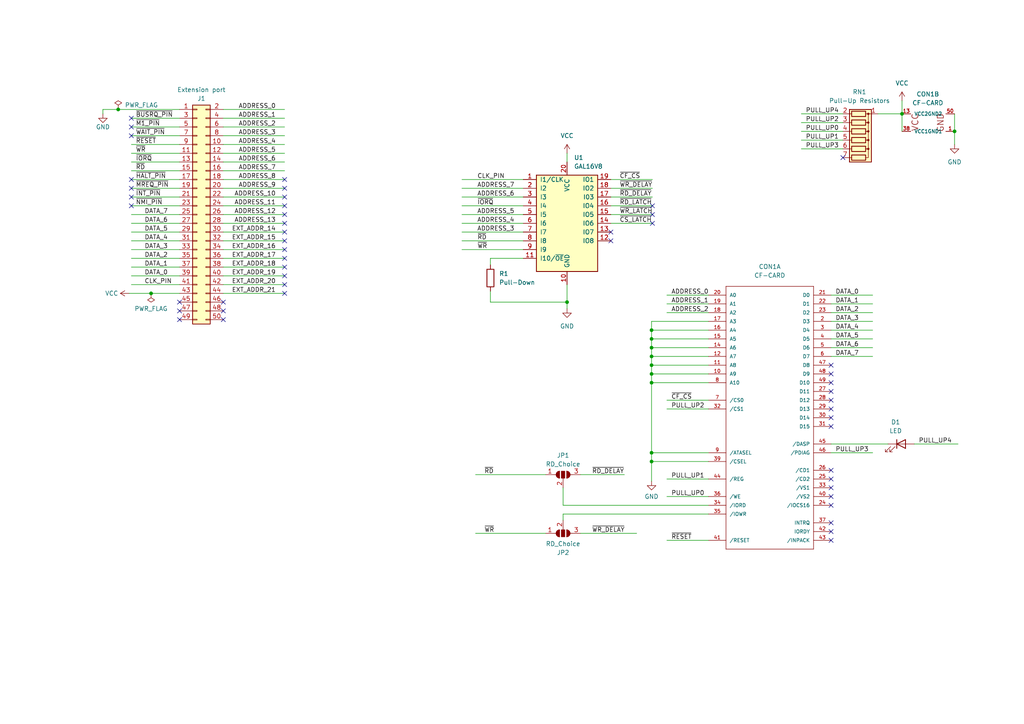
<source format=kicad_sch>
(kicad_sch (version 20230121) (generator eeschema)
  (paper "A4")
  (lib_symbols
    (symbol "Connector_Generic:Conn_02x25_Odd_Even" (pin_names (offset 1.016) hide)
      (property "Reference" "J" (at 1.27 33.02 0))
      (property "Value" "Conn_02x25_Odd_Even" (at 1.27 -33.02 0))
      (symbol "Conn_02x25_Odd_Even_1_1"
        (rectangle (start -1.27 -30.353) (end 0 -30.607) (stroke (width 0.1524)))
        (rectangle (start -1.27 -27.813) (end 0 -28.067) (stroke (width 0.1524)))
        (rectangle (start -1.27 -25.273) (end 0 -25.527) (stroke (width 0.1524)))
        (rectangle (start -1.27 -22.733) (end 0 -22.987) (stroke (width 0.1524)))
        (rectangle (start -1.27 -20.193) (end 0 -20.447) (stroke (width 0.1524)))
        (rectangle (start -1.27 -17.653) (end 0 -17.907) (stroke (width 0.1524)))
        (rectangle (start -1.27 -15.113) (end 0 -15.367) (stroke (width 0.1524)))
        (rectangle (start -1.27 -12.573) (end 0 -12.827) (stroke (width 0.1524)))
        (rectangle (start -1.27 -10.033) (end 0 -10.287) (stroke (width 0.1524)))
        (rectangle (start -1.27 -7.493) (end 0 -7.747) (stroke (width 0.1524)))
        (rectangle (start -1.27 -4.953) (end 0 -5.207) (stroke (width 0.1524)))
        (rectangle (start -1.27 -2.413) (end 0 -2.667) (stroke (width 0.1524)))
        (rectangle (start -1.27 0.127) (end 0 -0.127) (stroke (width 0.1524)))
        (rectangle (start -1.27 2.667) (end 0 2.413) (stroke (width 0.1524)))
        (rectangle (start -1.27 5.207) (end 0 4.953) (stroke (width 0.1524)))
        (rectangle (start -1.27 7.747) (end 0 7.493) (stroke (width 0.1524)))
        (rectangle (start -1.27 10.287) (end 0 10.033) (stroke (width 0.1524)))
        (rectangle (start -1.27 12.827) (end 0 12.573) (stroke (width 0.1524)))
        (rectangle (start -1.27 15.367) (end 0 15.113) (stroke (width 0.1524)))
        (rectangle (start -1.27 17.907) (end 0 17.653) (stroke (width 0.1524)))
        (rectangle (start -1.27 20.447) (end 0 20.193) (stroke (width 0.1524)))
        (rectangle (start -1.27 22.987) (end 0 22.733) (stroke (width 0.1524)))
        (rectangle (start -1.27 25.527) (end 0 25.273) (stroke (width 0.1524)))
        (rectangle (start -1.27 28.067) (end 0 27.813) (stroke (width 0.1524)))
        (rectangle (start -1.27 30.607) (end 0 30.353) (stroke (width 0.1524)))
        (rectangle (start -1.27 31.75) (end 3.81 -31.75) (stroke (width 0.254)) (fill (type background)))
        (rectangle (start 3.81 -30.353) (end 2.54 -30.607) (stroke (width 0.1524)))
        (rectangle (start 3.81 -27.813) (end 2.54 -28.067) (stroke (width 0.1524)))
        (rectangle (start 3.81 -25.273) (end 2.54 -25.527) (stroke (width 0.1524)))
        (rectangle (start 3.81 -22.733) (end 2.54 -22.987) (stroke (width 0.1524)))
        (rectangle (start 3.81 -20.193) (end 2.54 -20.447) (stroke (width 0.1524)))
        (rectangle (start 3.81 -17.653) (end 2.54 -17.907) (stroke (width 0.1524)))
        (rectangle (start 3.81 -15.113) (end 2.54 -15.367) (stroke (width 0.1524)))
        (rectangle (start 3.81 -12.573) (end 2.54 -12.827) (stroke (width 0.1524)))
        (rectangle (start 3.81 -10.033) (end 2.54 -10.287) (stroke (width 0.1524)))
        (rectangle (start 3.81 -7.493) (end 2.54 -7.747) (stroke (width 0.1524)))
        (rectangle (start 3.81 -4.953) (end 2.54 -5.207) (stroke (width 0.1524)))
        (rectangle (start 3.81 -2.413) (end 2.54 -2.667) (stroke (width 0.1524)))
        (rectangle (start 3.81 0.127) (end 2.54 -0.127) (stroke (width 0.1524)))
        (rectangle (start 3.81 2.667) (end 2.54 2.413) (stroke (width 0.1524)))
        (rectangle (start 3.81 5.207) (end 2.54 4.953) (stroke (width 0.1524)))
        (rectangle (start 3.81 7.747) (end 2.54 7.493) (stroke (width 0.1524)))
        (rectangle (start 3.81 10.287) (end 2.54 10.033) (stroke (width 0.1524)))
        (rectangle (start 3.81 12.827) (end 2.54 12.573) (stroke (width 0.1524)))
        (rectangle (start 3.81 15.367) (end 2.54 15.113) (stroke (width 0.1524)))
        (rectangle (start 3.81 17.907) (end 2.54 17.653) (stroke (width 0.1524)))
        (rectangle (start 3.81 20.447) (end 2.54 20.193) (stroke (width 0.1524)))
        (rectangle (start 3.81 22.987) (end 2.54 22.733) (stroke (width 0.1524)))
        (rectangle (start 3.81 25.527) (end 2.54 25.273) (stroke (width 0.1524)))
        (rectangle (start 3.81 28.067) (end 2.54 27.813) (stroke (width 0.1524)))
        (rectangle (start 3.81 30.607) (end 2.54 30.353) (stroke (width 0.1524)))
        (pin passive line (at -5.08 30.48 0) (length 3.81) (name "Pin_1") (number "1"))
        (pin passive line (at 7.62 20.32 180) (length 3.81) (name "Pin_10") (number "10"))
        (pin passive line (at -5.08 17.78 0) (length 3.81) (name "Pin_11") (number "11"))
        (pin passive line (at 7.62 17.78 180) (length 3.81) (name "Pin_12") (number "12"))
        (pin passive line (at -5.08 15.24 0) (length 3.81) (name "Pin_13") (number "13"))
        (pin passive line (at 7.62 15.24 180) (length 3.81) (name "Pin_14") (number "14"))
        (pin passive line (at -5.08 12.7 0) (length 3.81) (name "Pin_15") (number "15"))
        (pin passive line (at 7.62 12.7 180) (length 3.81) (name "Pin_16") (number "16"))
        (pin passive line (at -5.08 10.16 0) (length 3.81) (name "Pin_17") (number "17"))
        (pin passive line (at 7.62 10.16 180) (length 3.81) (name "Pin_18") (number "18"))
        (pin passive line (at -5.08 7.62 0) (length 3.81) (name "Pin_19") (number "19"))
        (pin passive line (at 7.62 30.48 180) (length 3.81) (name "Pin_2") (number "2"))
        (pin passive line (at 7.62 7.62 180) (length 3.81) (name "Pin_20") (number "20"))
        (pin passive line (at -5.08 5.08 0) (length 3.81) (name "Pin_21") (number "21"))
        (pin passive line (at 7.62 5.08 180) (length 3.81) (name "Pin_22") (number "22"))
        (pin passive line (at -5.08 2.54 0) (length 3.81) (name "Pin_23") (number "23"))
        (pin passive line (at 7.62 2.54 180) (length 3.81) (name "Pin_24") (number "24"))
        (pin passive line (at -5.08 0 0) (length 3.81) (name "Pin_25") (number "25"))
        (pin passive line (at 7.62 0 180) (length 3.81) (name "Pin_26") (number "26"))
        (pin passive line (at -5.08 -2.54 0) (length 3.81) (name "Pin_27") (number "27"))
        (pin passive line (at 7.62 -2.54 180) (length 3.81) (name "Pin_28") (number "28"))
        (pin passive line (at -5.08 -5.08 0) (length 3.81) (name "Pin_29") (number "29"))
        (pin passive line (at -5.08 27.94 0) (length 3.81) (name "Pin_3") (number "3"))
        (pin passive line (at 7.62 -5.08 180) (length 3.81) (name "Pin_30") (number "30"))
        (pin passive line (at -5.08 -7.62 0) (length 3.81) (name "Pin_31") (number "31"))
        (pin passive line (at 7.62 -7.62 180) (length 3.81) (name "Pin_32") (number "32"))
        (pin passive line (at -5.08 -10.16 0) (length 3.81) (name "Pin_33") (number "33"))
        (pin passive line (at 7.62 -10.16 180) (length 3.81) (name "Pin_34") (number "34"))
        (pin passive line (at -5.08 -12.7 0) (length 3.81) (name "Pin_35") (number "35"))
        (pin passive line (at 7.62 -12.7 180) (length 3.81) (name "Pin_36") (number "36"))
        (pin passive line (at -5.08 -15.24 0) (length 3.81) (name "Pin_37") (number "37"))
        (pin passive line (at 7.62 -15.24 180) (length 3.81) (name "Pin_38") (number "38"))
        (pin passive line (at -5.08 -17.78 0) (length 3.81) (name "Pin_39") (number "39"))
        (pin passive line (at 7.62 27.94 180) (length 3.81) (name "Pin_4") (number "4"))
        (pin passive line (at 7.62 -17.78 180) (length 3.81) (name "Pin_40") (number "40"))
        (pin passive line (at -5.08 -20.32 0) (length 3.81) (name "Pin_41") (number "41"))
        (pin passive line (at 7.62 -20.32 180) (length 3.81) (name "Pin_42") (number "42"))
        (pin passive line (at -5.08 -22.86 0) (length 3.81) (name "Pin_43") (number "43"))
        (pin passive line (at 7.62 -22.86 180) (length 3.81) (name "Pin_44") (number "44"))
        (pin passive line (at -5.08 -25.4 0) (length 3.81) (name "Pin_45") (number "45"))
        (pin passive line (at 7.62 -25.4 180) (length 3.81) (name "Pin_46") (number "46"))
        (pin passive line (at -5.08 -27.94 0) (length 3.81) (name "Pin_47") (number "47"))
        (pin passive line (at 7.62 -27.94 180) (length 3.81) (name "Pin_48") (number "48"))
        (pin passive line (at -5.08 -30.48 0) (length 3.81) (name "Pin_49") (number "49"))
        (pin passive line (at -5.08 25.4 0) (length 3.81) (name "Pin_5") (number "5"))
        (pin passive line (at 7.62 -30.48 180) (length 3.81) (name "Pin_50") (number "50"))
        (pin passive line (at 7.62 25.4 180) (length 3.81) (name "Pin_6") (number "6"))
        (pin passive line (at -5.08 22.86 0) (length 3.81) (name "Pin_7") (number "7"))
        (pin passive line (at 7.62 22.86 180) (length 3.81) (name "Pin_8") (number "8"))
        (pin passive line (at -5.08 20.32 0) (length 3.81) (name "Pin_9") (number "9"))
      )
    )
    (symbol "Device:LED" (pin_numbers hide) (pin_names (offset 1.016) hide)
      (property "Reference" "D" (at 0 2.54 0))
      (property "Value" "LED" (at 0 -2.54 0))
      (symbol "LED_0_1"
        (polyline (pts (xy -1.27 -1.27) (xy -1.27 1.27)) (stroke (width 0.254)))
        (polyline (pts (xy -1.27 0) (xy 1.27 0)))
        (polyline (pts (xy 1.27 -1.27) (xy 1.27 1.27) (xy -1.27 0) (xy 1.27 -1.27)) (stroke (width 0.254)))
        (polyline (pts (xy -3.048 -0.762) (xy -4.572 -2.286) (xy -3.81 -2.286) (xy -4.572 -2.286) (xy -4.572 -1.524)))
        (polyline (pts (xy -1.778 -0.762) (xy -3.302 -2.286) (xy -2.54 -2.286) (xy -3.302 -2.286) (xy -3.302 -1.524)))
      )
      (symbol "LED_1_1"
        (pin passive line (at -3.81 0 0) (length 2.54) (name "K") (number "1"))
        (pin passive line (at 3.81 0 180) (length 2.54) (name "A") (number "2"))
      )
    )
    (symbol "Device:R" (pin_numbers hide) (pin_names (offset 0))
      (property "Reference" "R" (at 2.032 0 90))
      (property "Value" "R" (at 0 0 90))
      (symbol "R_0_1"
        (rectangle (start -1.016 -2.54) (end 1.016 2.54) (stroke (width 0.254)))
      )
      (symbol "R_1_1"
        (pin passive line (at 0 3.81 270) (length 1.27) (name "~") (number "1"))
        (pin passive line (at 0 -3.81 90) (length 1.27) (name "~") (number "2"))
      )
    )
    (symbol "Device:R_Network06" (pin_names (offset 0) hide)
      (property "Reference" "RN" (at -10.16 0 90))
      (property "Value" "R_Network06" (at 7.62 0 90))
      (symbol "R_Network06_0_1"
        (rectangle (start -8.89 -3.175) (end 6.35 3.175) (stroke (width 0.254)) (fill (type background)))
        (rectangle (start -8.382 1.524) (end -6.858 -2.54) (stroke (width 0.254)))
        (circle (center -7.62 2.286) (radius 0.254) (fill (type outline)))
        (rectangle (start -5.842 1.524) (end -4.318 -2.54) (stroke (width 0.254)))
        (circle (center -5.08 2.286) (radius 0.254) (fill (type outline)))
        (rectangle (start -3.302 1.524) (end -1.778 -2.54) (stroke (width 0.254)))
        (circle (center -2.54 2.286) (radius 0.254) (fill (type outline)))
        (rectangle (start -0.762 1.524) (end 0.762 -2.54) (stroke (width 0.254)))
        (polyline (pts (xy -7.62 -2.54) (xy -7.62 -3.81)))
        (polyline (pts (xy -5.08 -2.54) (xy -5.08 -3.81)))
        (polyline (pts (xy -2.54 -2.54) (xy -2.54 -3.81)))
        (polyline (pts (xy 0 -2.54) (xy 0 -3.81)))
        (polyline (pts (xy 2.54 -2.54) (xy 2.54 -3.81)))
        (polyline (pts (xy 5.08 -2.54) (xy 5.08 -3.81)))
        (polyline (pts (xy -7.62 1.524) (xy -7.62 2.286) (xy -5.08 2.286) (xy -5.08 1.524)))
        (polyline (pts (xy -5.08 1.524) (xy -5.08 2.286) (xy -2.54 2.286) (xy -2.54 1.524)))
        (polyline (pts (xy -2.54 1.524) (xy -2.54 2.286) (xy 0 2.286) (xy 0 1.524)))
        (polyline (pts (xy 0 1.524) (xy 0 2.286) (xy 2.54 2.286) (xy 2.54 1.524)))
        (polyline (pts (xy 2.54 1.524) (xy 2.54 2.286) (xy 5.08 2.286) (xy 5.08 1.524)))
        (circle (center 0 2.286) (radius 0.254) (fill (type outline)))
        (rectangle (start 1.778 1.524) (end 3.302 -2.54) (stroke (width 0.254)))
        (circle (center 2.54 2.286) (radius 0.254) (fill (type outline)))
        (rectangle (start 4.318 1.524) (end 5.842 -2.54) (stroke (width 0.254)))
      )
      (symbol "R_Network06_1_1"
        (pin passive line (at -7.62 5.08 270) (length 2.54) (name "common") (number "1"))
        (pin passive line (at -7.62 -5.08 90) (length 1.27) (name "R1") (number "2"))
        (pin passive line (at -5.08 -5.08 90) (length 1.27) (name "R2") (number "3"))
        (pin passive line (at -2.54 -5.08 90) (length 1.27) (name "R3") (number "4"))
        (pin passive line (at 0 -5.08 90) (length 1.27) (name "R4") (number "5"))
        (pin passive line (at 2.54 -5.08 90) (length 1.27) (name "R5") (number "6"))
        (pin passive line (at 5.08 -5.08 90) (length 1.27) (name "R6") (number "7"))
      )
    )
    (symbol "Jumper:SolderJumper_3_Open" (pin_names (offset 0) hide)
      (property "Reference" "JP" (at -2.54 -2.54 0))
      (property "Value" "SolderJumper_3_Open" (at 0 2.794 0))
      (symbol "SolderJumper_3_Open_0_1"
        (arc (start -1.016 1.016) (mid -2.0276 0) (end -1.016 -1.016))
        (arc (start -1.016 1.016) (mid -2.0276 0) (end -1.016 -1.016) (fill (type outline)))
        (rectangle (start -0.508 1.016) (end 0.508 -1.016) (fill (type outline)))
        (polyline (pts (xy -2.54 0) (xy -2.032 0)))
        (polyline (pts (xy -1.016 1.016) (xy -1.016 -1.016)))
        (polyline (pts (xy 0 -1.27) (xy 0 -1.016)))
        (polyline (pts (xy 1.016 1.016) (xy 1.016 -1.016)))
        (polyline (pts (xy 2.54 0) (xy 2.032 0)))
        (arc (start 1.016 -1.016) (mid 2.0276 0) (end 1.016 1.016))
        (arc (start 1.016 -1.016) (mid 2.0276 0) (end 1.016 1.016) (fill (type outline)))
      )
      (symbol "SolderJumper_3_Open_1_1"
        (pin passive line (at -5.08 0 0) (length 2.54) (name "A") (number "1"))
        (pin passive line (at 0 -3.81 90) (length 2.54) (name "C") (number "2"))
        (pin passive line (at 5.08 0 180) (length 2.54) (name "B") (number "3"))
      )
    )
    (symbol "Logic_Programmable:GAL16V8" (pin_names (offset 1.016))
      (property "Reference" "U" (at -8.89 16.51 0))
      (property "Value" "GAL16V8" (at 1.27 16.51 0))
      (symbol "GAL16V8_0_0"
        (pin power_in line (at 0 -17.78 90) (length 3.81) (name "GND") (number "10"))
        (pin power_in line (at 0 17.78 270) (length 3.81) (name "VCC") (number "20"))
      )
      (symbol "GAL16V8_0_1"
        (rectangle (start -8.89 13.97) (end 8.89 -13.97) (stroke (width 0.254)) (fill (type background)))
      )
      (symbol "GAL16V8_1_1"
        (pin input line (at -12.7 12.7 0) (length 3.81) (name "I1/CLK") (number "1"))
        (pin input line (at -12.7 -10.16 0) (length 3.81) (name "I10/~{OE}") (number "11"))
        (pin tri_state line (at 12.7 -5.08 180) (length 3.81) (name "IO8") (number "12"))
        (pin tri_state line (at 12.7 -2.54 180) (length 3.81) (name "IO7") (number "13"))
        (pin tri_state line (at 12.7 0 180) (length 3.81) (name "IO6") (number "14"))
        (pin tri_state line (at 12.7 2.54 180) (length 3.81) (name "IO5") (number "15"))
        (pin tri_state line (at 12.7 5.08 180) (length 3.81) (name "IO4") (number "16"))
        (pin tri_state line (at 12.7 7.62 180) (length 3.81) (name "I03") (number "17"))
        (pin tri_state line (at 12.7 10.16 180) (length 3.81) (name "IO2") (number "18"))
        (pin tri_state line (at 12.7 12.7 180) (length 3.81) (name "IO1") (number "19"))
        (pin input line (at -12.7 10.16 0) (length 3.81) (name "I2") (number "2"))
        (pin input line (at -12.7 7.62 0) (length 3.81) (name "I3") (number "3"))
        (pin input line (at -12.7 5.08 0) (length 3.81) (name "I4") (number "4"))
        (pin input line (at -12.7 2.54 0) (length 3.81) (name "I5") (number "5"))
        (pin input line (at -12.7 0 0) (length 3.81) (name "I6") (number "6"))
        (pin input line (at -12.7 -2.54 0) (length 3.81) (name "I7") (number "7"))
        (pin input line (at -12.7 -5.08 0) (length 3.81) (name "I8") (number "8"))
        (pin input line (at -12.7 -7.62 0) (length 3.81) (name "I9") (number "9"))
      )
    )
    (symbol "ProjectLib:CF-CARD" (pin_names (offset 1.016))
      (property "Reference" "CON" (at -12.7 39.37 0))
      (property "Value" "CF-CARD" (at -12.7 -40.64 0))
      (symbol "CF-CARD_1_0"
        (polyline (pts (xy -12.7 -38.1) (xy 12.7 -38.1)))
        (polyline (pts (xy -12.7 38.1) (xy -12.7 -38.1)))
        (polyline (pts (xy 12.7 -38.1) (xy 12.7 38.1)))
        (polyline (pts (xy 12.7 38.1) (xy -12.7 38.1)))
      )
      (symbol "CF-CARD_1_1"
        (pin input line (at -17.78 12.7 0) (length 5.08) (name "A9") (number "10"))
        (pin input line (at -17.78 15.24 0) (length 5.08) (name "A8") (number "11"))
        (pin input line (at -17.78 17.78 0) (length 5.08) (name "A7") (number "12"))
        (pin input line (at -17.78 20.32 0) (length 5.08) (name "A6") (number "14"))
        (pin input line (at -17.78 22.86 0) (length 5.08) (name "A5") (number "15"))
        (pin input line (at -17.78 25.4 0) (length 5.08) (name "A4") (number "16"))
        (pin input line (at -17.78 27.94 0) (length 5.08) (name "A3") (number "17"))
        (pin input line (at -17.78 30.48 0) (length 5.08) (name "A2") (number "18"))
        (pin input line (at -17.78 33.02 0) (length 5.08) (name "A1") (number "19"))
        (pin bidirectional line (at 17.78 27.94 180) (length 5.08) (name "D3") (number "2"))
        (pin input line (at -17.78 35.56 0) (length 5.08) (name "A0") (number "20"))
        (pin bidirectional line (at 17.78 35.56 180) (length 5.08) (name "D0") (number "21"))
        (pin bidirectional line (at 17.78 33.02 180) (length 5.08) (name "D1") (number "22"))
        (pin bidirectional line (at 17.78 30.48 180) (length 5.08) (name "D2") (number "23"))
        (pin output line (at 17.78 -25.4 180) (length 5.08) (name "/IOCS16") (number "24"))
        (pin output line (at 17.78 -17.78 180) (length 5.08) (name "/CD2") (number "25"))
        (pin output line (at 17.78 -15.24 180) (length 5.08) (name "/CD1") (number "26"))
        (pin bidirectional line (at 17.78 7.62 180) (length 5.08) (name "D11") (number "27"))
        (pin bidirectional line (at 17.78 5.08 180) (length 5.08) (name "D12") (number "28"))
        (pin bidirectional line (at 17.78 2.54 180) (length 5.08) (name "D13") (number "29"))
        (pin bidirectional line (at 17.78 25.4 180) (length 5.08) (name "D4") (number "3"))
        (pin bidirectional line (at 17.78 0 180) (length 5.08) (name "D14") (number "30"))
        (pin bidirectional line (at 17.78 -2.54 180) (length 5.08) (name "D15") (number "31"))
        (pin input line (at -17.78 2.54 0) (length 5.08) (name "/CS1") (number "32"))
        (pin output line (at 17.78 -20.32 180) (length 5.08) (name "/VS1") (number "33"))
        (pin input line (at -17.78 -25.4 0) (length 5.08) (name "/IORD") (number "34"))
        (pin input line (at -17.78 -27.94 0) (length 5.08) (name "/IOWR") (number "35"))
        (pin input line (at -17.78 -22.86 0) (length 5.08) (name "/WE") (number "36"))
        (pin output line (at 17.78 -30.48 180) (length 5.08) (name "INTRQ") (number "37"))
        (pin input line (at -17.78 -12.7 0) (length 5.08) (name "/CSEL") (number "39"))
        (pin bidirectional line (at 17.78 22.86 180) (length 5.08) (name "D5") (number "4"))
        (pin output line (at 17.78 -22.86 180) (length 5.08) (name "/VS2") (number "40"))
        (pin input line (at -17.78 -35.56 0) (length 5.08) (name "/RESET") (number "41"))
        (pin output line (at 17.78 -33.02 180) (length 5.08) (name "IORDY") (number "42"))
        (pin output line (at 17.78 -35.56 180) (length 5.08) (name "/INPACK") (number "43"))
        (pin input line (at -17.78 -17.78 0) (length 5.08) (name "/REG") (number "44"))
        (pin bidirectional line (at 17.78 -7.62 180) (length 5.08) (name "/DASP") (number "45"))
        (pin bidirectional line (at 17.78 -10.16 180) (length 5.08) (name "/PDIAG") (number "46"))
        (pin bidirectional line (at 17.78 15.24 180) (length 5.08) (name "D8") (number "47"))
        (pin bidirectional line (at 17.78 12.7 180) (length 5.08) (name "D9") (number "48"))
        (pin bidirectional line (at 17.78 10.16 180) (length 5.08) (name "D10") (number "49"))
        (pin bidirectional line (at 17.78 20.32 180) (length 5.08) (name "D6") (number "5"))
        (pin bidirectional line (at 17.78 17.78 180) (length 5.08) (name "D7") (number "6"))
        (pin input line (at -17.78 5.08 0) (length 5.08) (name "/CS0") (number "7"))
        (pin input line (at -17.78 10.16 0) (length 5.08) (name "A10") (number "8"))
        (pin input line (at -17.78 -10.16 0) (length 5.08) (name "/ATASEL") (number "9"))
      )
      (symbol "CF-CARD_2_0"
        (text "GND" (at 0 -3.556 0) (effects (font (size 1.778 1.778))))
        (text "VCC" (at 0.127 3.81 0) (effects (font (size 1.778 1.778))))
      )
      (symbol "CF-CARD_2_1"
        (pin power_in line (at -2.54 -7.62 90) (length 2.54) (name "GND1") (number "1"))
        (pin power_in line (at 2.54 7.62 270) (length 2.54) (name "VCC2") (number "13"))
        (pin power_in line (at -2.54 7.62 270) (length 2.54) (name "VCC1") (number "38"))
        (pin power_in line (at 2.54 -7.62 90) (length 2.54) (name "GND2") (number "50"))
      )
    )
    (symbol "power:GND" (power) (pin_names (offset 0))
      (property "Value" "GND" (at 0 -3.81 0))
      (symbol "GND_0_1"
        (polyline (pts (xy 0 0) (xy 0 -1.27) (xy 1.27 -1.27) (xy 0 -2.54) (xy -1.27 -1.27) (xy 0 -1.27)))
      )
      (symbol "GND_1_1"
        (pin power_in line (at 0 0 270) (length 0) hide (name "GND") (number "1"))
      )
    )
    (symbol "power:PWR_FLAG" (power) (pin_numbers hide) (pin_names (offset 0) hide)
      (property "Value" "PWR_FLAG" (at 0 3.81 0))
      (symbol "PWR_FLAG_0_0"
        (pin power_out line (at 0 0 90) (length 0) (name "pwr") (number "1"))
      )
      (symbol "PWR_FLAG_0_1"
        (polyline (pts (xy 0 0) (xy 0 1.27) (xy -1.016 1.905) (xy 0 2.54) (xy 1.016 1.905) (xy 0 1.27)))
      )
    )
    (symbol "power:VCC" (power) (pin_names (offset 0))
      (property "Value" "VCC" (at 0 3.81 0))
      (symbol "VCC_0_1"
        (polyline (pts (xy -0.762 1.27) (xy 0 2.54)))
        (polyline (pts (xy 0 0) (xy 0 2.54)))
        (polyline (pts (xy 0 2.54) (xy 0.762 1.27)))
      )
      (symbol "VCC_1_1"
        (pin power_in line (at 0 0 90) (length 0) hide (name "VCC") (number "1"))
      )
    )
  )
  (junction (at 261.62 33.02))
  (junction (at 34.29 31.75))
  (junction (at 188.976 110.998))
  (junction (at 188.976 98.298))
  (junction (at 188.976 131.318))
  (junction (at 188.976 103.378))
  (junction (at 188.976 108.458))
  (junction (at 188.976 105.918))
  (junction (at 188.976 133.858))
  (junction (at 188.976 95.758))
  (junction (at 164.465 87.63))
  (junction (at 276.86 38.1))
  (junction (at 188.976 100.838))
  (junction (at 43.815 85.09))
  (no_connect (at 82.55 77.47))
  (no_connect (at 189.23 64.77))
  (no_connect (at 241.046 141.478))
  (no_connect (at 82.55 74.93))
  (no_connect (at 241.046 144.018))
  (no_connect (at 241.046 146.558))
  (no_connect (at 82.55 82.55))
  (no_connect (at 82.55 62.23))
  (no_connect (at 38.1 57.15))
  (no_connect (at 177.165 67.31))
  (no_connect (at 241.046 121.158))
  (no_connect (at 82.55 59.69))
  (no_connect (at 82.55 69.85))
  (no_connect (at 64.77 87.63))
  (no_connect (at 64.77 92.71))
  (no_connect (at 177.165 69.85))
  (no_connect (at 82.55 54.61))
  (no_connect (at 38.1 52.07))
  (no_connect (at 82.55 72.39))
  (no_connect (at 241.046 108.458))
  (no_connect (at 52.07 92.71))
  (no_connect (at 38.1 39.37))
  (no_connect (at 52.07 90.17))
  (no_connect (at 241.046 113.538))
  (no_connect (at 241.046 110.998))
  (no_connect (at 241.046 151.638))
  (no_connect (at 82.55 57.15))
  (no_connect (at 38.1 36.83))
  (no_connect (at 241.046 123.698))
  (no_connect (at 189.23 62.23))
  (no_connect (at 241.046 136.398))
  (no_connect (at 82.55 52.07))
  (no_connect (at 38.1 59.69))
  (no_connect (at 241.046 138.938))
  (no_connect (at 82.55 67.31))
  (no_connect (at 241.046 116.078))
  (no_connect (at 241.046 105.918))
  (no_connect (at 241.046 154.178))
  (no_connect (at 52.07 87.63))
  (no_connect (at 241.046 118.618))
  (no_connect (at 82.55 85.09))
  (no_connect (at 244.475 45.72))
  (no_connect (at 38.1 34.29))
  (no_connect (at 189.23 59.69))
  (no_connect (at 241.046 156.718))
  (no_connect (at 82.55 64.77))
  (no_connect (at 38.1 54.61))
  (no_connect (at 82.55 80.01))
  (no_connect (at 64.77 90.17))
  (wire (pts (xy 82.55 77.47) (xy 64.77 77.47)))
  (wire (pts (xy 188.976 131.318) (xy 205.486 131.318)))
  (wire (pts (xy 188.976 98.298) (xy 188.976 100.838)))
  (wire (pts (xy 193.421 90.678) (xy 205.486 90.678)))
  (wire (pts (xy 188.976 110.998) (xy 205.486 110.998)))
  (wire (pts (xy 205.486 146.558) (xy 163.322 146.558)))
  (wire (pts (xy 193.421 88.138) (xy 205.486 88.138)))
  (wire (pts (xy 133.985 69.85) (xy 151.765 69.85)))
  (wire (pts (xy 133.985 72.39) (xy 151.765 72.39)))
  (wire (pts (xy 133.985 52.07) (xy 151.765 52.07)))
  (wire (pts (xy 38.1 49.53) (xy 52.07 49.53)))
  (wire (pts (xy 151.765 74.93) (xy 142.24 74.93)))
  (wire (pts (xy 133.985 67.31) (xy 151.765 67.31)))
  (wire (pts (xy 142.24 84.455) (xy 142.24 87.63)))
  (wire (pts (xy 52.07 69.85) (xy 38.1 69.85)))
  (wire (pts (xy 37.465 85.09) (xy 43.815 85.09)))
  (wire (pts (xy 64.77 59.69) (xy 82.55 59.69)))
  (wire (pts (xy 82.55 72.39) (xy 64.77 72.39)))
  (wire (pts (xy 52.07 74.93) (xy 38.1 74.93)))
  (wire (pts (xy 38.1 54.61) (xy 52.07 54.61)))
  (wire (pts (xy 189.23 62.23) (xy 177.165 62.23)))
  (wire (pts (xy 142.24 74.93) (xy 142.24 76.835)))
  (wire (pts (xy 133.985 54.61) (xy 151.765 54.61)))
  (wire (pts (xy 241.046 131.318) (xy 253.111 131.318)))
  (wire (pts (xy 52.07 62.23) (xy 38.1 62.23)))
  (wire (pts (xy 177.165 52.07) (xy 189.23 52.07)))
  (wire (pts (xy 38.1 82.55) (xy 52.07 82.55)))
  (wire (pts (xy 188.976 108.458) (xy 188.976 110.998)))
  (wire (pts (xy 232.41 38.1) (xy 244.475 38.1)))
  (wire (pts (xy 52.07 80.01) (xy 38.1 80.01)))
  (wire (pts (xy 241.046 103.378) (xy 253.111 103.378)))
  (wire (pts (xy 38.1 57.15) (xy 52.07 57.15)))
  (wire (pts (xy 64.77 39.37) (xy 82.55 39.37)))
  (wire (pts (xy 261.62 29.21) (xy 261.62 33.02)))
  (wire (pts (xy 188.976 110.998) (xy 188.976 131.318)))
  (wire (pts (xy 232.41 33.02) (xy 244.475 33.02)))
  (wire (pts (xy 82.55 69.85) (xy 64.77 69.85)))
  (wire (pts (xy 82.55 85.09) (xy 64.77 85.09)))
  (wire (pts (xy 29.845 31.75) (xy 29.845 33.02)))
  (wire (pts (xy 34.29 31.75) (xy 52.07 31.75)))
  (wire (pts (xy 137.922 137.668) (xy 158.242 137.668)))
  (wire (pts (xy 261.62 33.02) (xy 261.62 38.1)))
  (wire (pts (xy 52.07 64.77) (xy 38.1 64.77)))
  (wire (pts (xy 82.55 82.55) (xy 64.77 82.55)))
  (wire (pts (xy 133.985 59.69) (xy 151.765 59.69)))
  (wire (pts (xy 82.55 80.01) (xy 64.77 80.01)))
  (wire (pts (xy 188.976 108.458) (xy 205.486 108.458)))
  (wire (pts (xy 43.815 85.09) (xy 52.07 85.09)))
  (wire (pts (xy 241.046 95.758) (xy 253.111 95.758)))
  (wire (pts (xy 193.421 116.078) (xy 205.486 116.078)))
  (wire (pts (xy 188.976 103.378) (xy 205.486 103.378)))
  (wire (pts (xy 188.976 133.858) (xy 205.486 133.858)))
  (wire (pts (xy 64.77 57.15) (xy 82.55 57.15)))
  (wire (pts (xy 64.77 64.77) (xy 82.55 64.77)))
  (wire (pts (xy 38.1 59.69) (xy 52.07 59.69)))
  (wire (pts (xy 64.77 54.61) (xy 82.55 54.61)))
  (wire (pts (xy 276.86 38.1) (xy 276.86 41.91)))
  (wire (pts (xy 265.176 128.778) (xy 277.876 128.778)))
  (wire (pts (xy 232.41 40.64) (xy 244.475 40.64)))
  (wire (pts (xy 64.77 31.75) (xy 82.55 31.75)))
  (wire (pts (xy 193.421 156.718) (xy 205.486 156.718)))
  (wire (pts (xy 64.77 49.53) (xy 82.55 49.53)))
  (wire (pts (xy 232.41 43.18) (xy 244.475 43.18)))
  (wire (pts (xy 189.23 64.77) (xy 177.165 64.77)))
  (wire (pts (xy 64.77 36.83) (xy 82.55 36.83)))
  (wire (pts (xy 142.24 87.63) (xy 164.465 87.63)))
  (wire (pts (xy 241.046 100.838) (xy 253.111 100.838)))
  (wire (pts (xy 52.07 34.29) (xy 38.1 34.29)))
  (wire (pts (xy 241.046 85.598) (xy 253.111 85.598)))
  (wire (pts (xy 164.465 44.45) (xy 164.465 46.99)))
  (wire (pts (xy 188.976 95.758) (xy 205.486 95.758)))
  (wire (pts (xy 52.07 72.39) (xy 38.1 72.39)))
  (wire (pts (xy 193.421 118.618) (xy 205.486 118.618)))
  (wire (pts (xy 163.322 149.098) (xy 205.486 149.098)))
  (wire (pts (xy 38.1 52.07) (xy 52.07 52.07)))
  (wire (pts (xy 64.77 62.23) (xy 82.55 62.23)))
  (wire (pts (xy 188.976 95.758) (xy 188.976 98.298)))
  (wire (pts (xy 241.046 88.138) (xy 253.111 88.138)))
  (wire (pts (xy 64.77 44.45) (xy 82.55 44.45)))
  (wire (pts (xy 193.421 138.938) (xy 205.486 138.938)))
  (wire (pts (xy 188.976 133.858) (xy 188.976 139.573)))
  (wire (pts (xy 52.07 77.47) (xy 38.1 77.47)))
  (wire (pts (xy 205.486 93.218) (xy 188.976 93.218)))
  (wire (pts (xy 189.23 54.61) (xy 177.165 54.61)))
  (wire (pts (xy 133.985 64.77) (xy 151.765 64.77)))
  (wire (pts (xy 188.976 100.838) (xy 205.486 100.838)))
  (wire (pts (xy 241.046 128.778) (xy 257.556 128.778)))
  (wire (pts (xy 276.86 33.02) (xy 276.86 38.1)))
  (wire (pts (xy 64.77 52.07) (xy 82.55 52.07)))
  (wire (pts (xy 137.922 154.686) (xy 158.242 154.686)))
  (wire (pts (xy 164.465 87.63) (xy 164.465 89.535)))
  (wire (pts (xy 163.322 141.478) (xy 163.322 146.558)))
  (wire (pts (xy 188.976 93.218) (xy 188.976 95.758)))
  (wire (pts (xy 188.976 98.298) (xy 205.486 98.298)))
  (wire (pts (xy 38.1 44.45) (xy 52.07 44.45)))
  (wire (pts (xy 189.23 59.69) (xy 177.165 59.69)))
  (wire (pts (xy 232.41 35.56) (xy 244.475 35.56)))
  (wire (pts (xy 168.402 137.668) (xy 181.102 137.668)))
  (wire (pts (xy 64.77 34.29) (xy 82.55 34.29)))
  (wire (pts (xy 241.046 93.218) (xy 253.111 93.218)))
  (wire (pts (xy 82.55 67.31) (xy 64.77 67.31)))
  (wire (pts (xy 52.07 39.37) (xy 38.1 39.37)))
  (wire (pts (xy 254.635 33.02) (xy 261.62 33.02)))
  (wire (pts (xy 241.046 90.678) (xy 253.111 90.678)))
  (wire (pts (xy 82.55 74.93) (xy 64.77 74.93)))
  (wire (pts (xy 188.976 131.318) (xy 188.976 133.858)))
  (wire (pts (xy 193.421 144.018) (xy 205.486 144.018)))
  (wire (pts (xy 38.1 46.99) (xy 52.07 46.99)))
  (wire (pts (xy 29.845 31.75) (xy 34.29 31.75)))
  (wire (pts (xy 164.465 82.55) (xy 164.465 87.63)))
  (wire (pts (xy 188.976 103.378) (xy 188.976 105.918)))
  (wire (pts (xy 188.976 105.918) (xy 188.976 108.458)))
  (wire (pts (xy 38.1 41.91) (xy 52.07 41.91)))
  (wire (pts (xy 163.322 149.098) (xy 163.322 150.876)))
  (wire (pts (xy 188.976 100.838) (xy 188.976 103.378)))
  (wire (pts (xy 133.985 62.23) (xy 151.765 62.23)))
  (wire (pts (xy 38.1 36.83) (xy 52.07 36.83)))
  (wire (pts (xy 188.976 105.918) (xy 205.486 105.918)))
  (wire (pts (xy 52.07 67.31) (xy 38.1 67.31)))
  (wire (pts (xy 189.23 57.15) (xy 177.165 57.15)))
  (wire (pts (xy 168.402 154.686) (xy 184.658 154.686)))
  (wire (pts (xy 64.77 41.91) (xy 82.55 41.91)))
  (wire (pts (xy 133.985 57.15) (xy 151.765 57.15)))
  (wire (pts (xy 193.421 85.598) (xy 205.486 85.598)))
  (wire (pts (xy 241.046 98.298) (xy 253.111 98.298)))
  (wire (pts (xy 64.77 46.99) (xy 82.55 46.99)))
  (label "PULL_UP3" (at 242.316 131.318 0))
  (label "ADDRESS_7" (at 80.01 49.53 180))
  (label "~{BUSRQ_PIN}" (at 39.37 34.29 0))
  (label "DATA_0" (at 242.316 85.598 0))
  (label "ADDRESS_0" (at 80.01 31.75 180))
  (label "~{CF_CS}" (at 194.691 116.078 0))
  (label "DATA_1" (at 242.316 88.138 0))
  (label "EXT_ADDR_20" (at 80.01 82.55 180))
  (label "~{RD}" (at 140.462 137.668 0))
  (label "CLK_PIN" (at 41.91 82.55 0))
  (label "ADDRESS_2" (at 194.691 90.678 0))
  (label "ADDRESS_3" (at 149.225 67.31 180))
  (label "~{RD_DELAY}" (at 171.704 137.668 0))
  (label "ADDRESS_12" (at 80.01 62.23 180))
  (label "~{WR_DELAY}" (at 171.704 154.686 0))
  (label "PULL_UP0" (at 233.68 38.1 0))
  (label "ADDRESS_13" (at 80.01 64.77 180))
  (label "ADDRESS_3" (at 80.01 39.37 180))
  (label "~{WR_LATCH}" (at 179.705 62.23 0))
  (label "ADDRESS_9" (at 80.01 54.61 180))
  (label "DATA_6" (at 41.91 64.77 0))
  (label "~{RD}" (at 138.43 69.85 0))
  (label "ADDRESS_1" (at 194.691 88.138 0))
  (label "~{RD_LATCH}" (at 179.705 59.69 0))
  (label "ADDRESS_7" (at 149.225 54.61 180))
  (label "~{INT_PIN}" (at 39.37 57.15 0))
  (label "ADDRESS_5" (at 149.225 62.23 180))
  (label "DATA_7" (at 41.91 62.23 0))
  (label "PULL_UP0" (at 194.691 144.018 0))
  (label "EXT_ADDR_16" (at 80.01 72.39 180))
  (label "ADDRESS_6" (at 80.01 46.99 180))
  (label "PULL_UP2" (at 233.68 35.56 0))
  (label "~{WAIT_PIN}" (at 39.37 39.37 0))
  (label "~{CS_LATCH}" (at 179.705 64.77 0))
  (label "DATA_0" (at 41.91 80.01 0))
  (label "EXT_ADDR_21" (at 80.01 85.09 180))
  (label "ADDRESS_11" (at 80.01 59.69 180))
  (label "~{RESET}" (at 39.37 41.91 0))
  (label "~{IORQ}" (at 39.37 46.99 0))
  (label "PULL_UP4" (at 233.68 33.02 0))
  (label "DATA_3" (at 242.316 93.218 0))
  (label "ADDRESS_1" (at 80.01 34.29 180))
  (label "ADDRESS_6" (at 149.225 57.15 180))
  (label "DATA_5" (at 41.91 67.31 0))
  (label "DATA_6" (at 242.316 100.838 0))
  (label "PULL_UP1" (at 194.691 138.938 0))
  (label "PULL_UP3" (at 233.68 43.18 0))
  (label "ADDRESS_10" (at 80.01 57.15 180))
  (label "EXT_ADDR_18" (at 80.01 77.47 180))
  (label "~{RD_DELAY}" (at 179.705 57.15 0))
  (label "CLK_PIN" (at 138.43 52.07 0))
  (label "~{HALT_PIN}" (at 39.37 52.07 0))
  (label "ADDRESS_2" (at 80.01 36.83 180))
  (label "ADDRESS_5" (at 80.01 44.45 180))
  (label "~{RD}" (at 39.37 49.53 0))
  (label "~{RESET}" (at 194.691 156.718 0))
  (label "ADDRESS_8" (at 80.01 52.07 180))
  (label "DATA_2" (at 41.91 74.93 0))
  (label "~{IORQ}" (at 138.43 59.69 0))
  (label "PULL_UP2" (at 194.691 118.618 0))
  (label "DATA_5" (at 242.316 98.298 0))
  (label "~{WR}" (at 39.37 44.45 0))
  (label "DATA_2" (at 242.316 90.678 0))
  (label "PULL_UP1" (at 233.68 40.64 0))
  (label "DATA_3" (at 41.91 72.39 0))
  (label "~{NMI_PIN}" (at 39.37 59.69 0))
  (label "PULL_UP4" (at 266.446 128.778 0))
  (label "~{WR}" (at 138.43 72.39 0))
  (label "~{WR}" (at 140.462 154.686 0))
  (label "~{MREQ_PIN}" (at 39.37 54.61 0))
  (label "DATA_4" (at 41.91 69.85 0))
  (label "EXT_ADDR_17" (at 80.01 74.93 180))
  (label "EXT_ADDR_19" (at 80.01 80.01 180))
  (label "ADDRESS_4" (at 149.225 64.77 180))
  (label "ADDRESS_4" (at 80.01 41.91 180))
  (label "~{CF_CS}" (at 179.705 52.07 0))
  (label "DATA_1" (at 41.91 77.47 0))
  (label "~{M1_PIN}" (at 39.37 36.83 0))
  (label "EXT_ADDR_14" (at 80.01 67.31 180))
  (label "EXT_ADDR_15" (at 80.01 69.85 180))
  (label "~{WR_DELAY}" (at 179.705 54.61 0))
  (label "ADDRESS_0" (at 194.691 85.598 0))
  (label "DATA_4" (at 242.316 95.758 0))
  (label "DATA_7" (at 242.316 103.378 0))
  (symbol (lib_id "ProjectLib:CF-CARD") (at 269.24 35.56 90) (unit 2)
    (property "Reference" "CON1" (at 269.113 27.305 90))
    (property "Value" "CF-CARD" (at 269.113 29.845 90))
    (property "Footprint" "Connector_Card:CF-Card_3M_N7E50-E516xx-30" (effects hide))
  )
  (symbol (lib_id "power:PWR_FLAG") (at 34.29 31.75 0) (unit 1)
    (property "Reference" "#FLG0101" (effects hide))
    (property "Value" "PWR_FLAG" (at 36.195 30.4799 0) (effects (justify left)))
  )
  (symbol (lib_id "Device:R_Network06") (at 249.555 40.64 270) (unit 1)
    (property "Reference" "RN1" (at 249.301 26.67 90))
    (property "Value" "Pull-Up Resistors" (at 249.301 29.21 90))
    (property "Footprint" "Resistor_THT:R_Array_SIP7" (effects hide))
    (property "Datasheet" "http://www.vishay.com/docs/31509/csc.pdf" (effects hide))
  )
  (symbol (lib_id "Jumper:SolderJumper_3_Open") (at 163.322 154.686 0) (mirror x) (unit 1)
    (property "Reference" "JP2" (at 163.322 160.274 0))
    (property "Value" "RD_Choice" (at 163.322 157.734 0))
    (property "Footprint" "Jumper:SolderJumper-3_P2.0mm_Open_TrianglePad1.0x1.5mm_NumberLabels" (effects hide))
  )
  (symbol (lib_id "Device:R") (at 142.24 80.645 0) (unit 1)
    (property "Reference" "R1" (at 144.78 79.375 0) (effects (justify left)))
    (property "Value" "Pull-Down" (at 144.78 81.915 0) (effects (justify left)))
    (property "Footprint" "Resistor_THT:R_Axial_DIN0207_L6.3mm_D2.5mm_P10.16mm_Horizontal" (effects hide))
  )
  (symbol (lib_id "power:VCC") (at 261.62 29.21 0) (unit 1)
    (property "Reference" "#PWR07" (effects hide))
    (property "Value" "VCC" (at 261.62 24.13 0))
  )
  (symbol (lib_id "Device:LED") (at 261.366 128.778 0) (unit 1)
    (property "Reference" "D1" (at 259.7785 122.428 0))
    (property "Value" "LED" (at 259.7785 124.968 0))
    (property "Footprint" "LED_THT:LED_D5.0mm" (effects hide))
  )
  (symbol (lib_id "power:GND") (at 276.86 41.91 0) (unit 1)
    (property "Reference" "#PWR08" (effects hide))
    (property "Value" "GND" (at 276.86 46.99 0))
  )
  (symbol (lib_id "Logic_Programmable:GAL16V8") (at 164.465 64.77 0) (unit 1)
    (property "Reference" "U1" (at 166.4844 45.72 0) (effects (justify left)))
    (property "Value" "GAL16V8" (at 166.4844 48.26 0) (effects (justify left)))
    (property "Footprint" "Package_DIP:DIP-20_W7.62mm_Socket" (effects hide))
  )
  (symbol (lib_id "power:VCC") (at 37.465 85.09 90) (unit 1)
    (property "Reference" "#PWR02" (effects hide))
    (property "Value" "VCC" (at 32.385 85.09 90))
  )
  (symbol (lib_id "Connector_Generic:Conn_02x25_Odd_Even") (at 57.15 62.23 0) (unit 1)
    (property "Reference" "J1" (at 58.42 28.575 0))
    (property "Value" "Extension port" (at 58.42 26.035 0))
    (property "Footprint" "Connector_PinHeader_2.54mm:PinHeader_2x25_P2.54mm_Vertical" (effects hide))
  )
  (symbol (lib_id "power:VCC") (at 164.465 44.45 0) (unit 1)
    (property "Reference" "#PWR04" (effects hide))
    (property "Value" "VCC" (at 164.465 39.37 0))
  )
  (symbol (lib_id "power:GND") (at 29.845 33.02 0) (unit 1)
    (property "Reference" "#PWR01" (effects hide))
    (property "Value" "GND" (at 29.845 36.83 0))
  )
  (symbol (lib_id "power:PWR_FLAG") (at 43.815 85.09 180) (unit 1)
    (property "Reference" "#FLG01" (effects hide))
    (property "Value" "PWR_FLAG" (at 43.815 89.535 0))
  )
  (symbol (lib_id "Jumper:SolderJumper_3_Open") (at 163.322 137.668 0) (unit 1)
    (property "Reference" "JP1" (at 163.322 132.08 0))
    (property "Value" "RD_Choice" (at 163.322 134.62 0))
    (property "Footprint" "Jumper:SolderJumper-3_P2.0mm_Open_TrianglePad1.0x1.5mm_NumberLabels" (effects hide))
  )
  (symbol (lib_id "power:GND") (at 188.976 139.573 0) (unit 1)
    (property "Reference" "#PWR06" (effects hide))
    (property "Value" "GND" (at 188.976 144.018 0))
  )
  (symbol (lib_id "ProjectLib:CF-CARD") (at 223.266 121.158 0) (unit 1)
    (property "Reference" "CON1" (at 223.266 77.343 0))
    (property "Value" "CF-CARD" (at 223.266 79.883 0))
    (property "Footprint" "Connector_Card:CF-Card_3M_N7E50-E516xx-30" (effects hide))
  )
  (symbol (lib_id "power:GND") (at 164.465 89.535 0) (unit 1)
    (property "Reference" "#PWR05" (effects hide))
    (property "Value" "GND" (at 164.465 94.615 0))
  )
)
</source>
